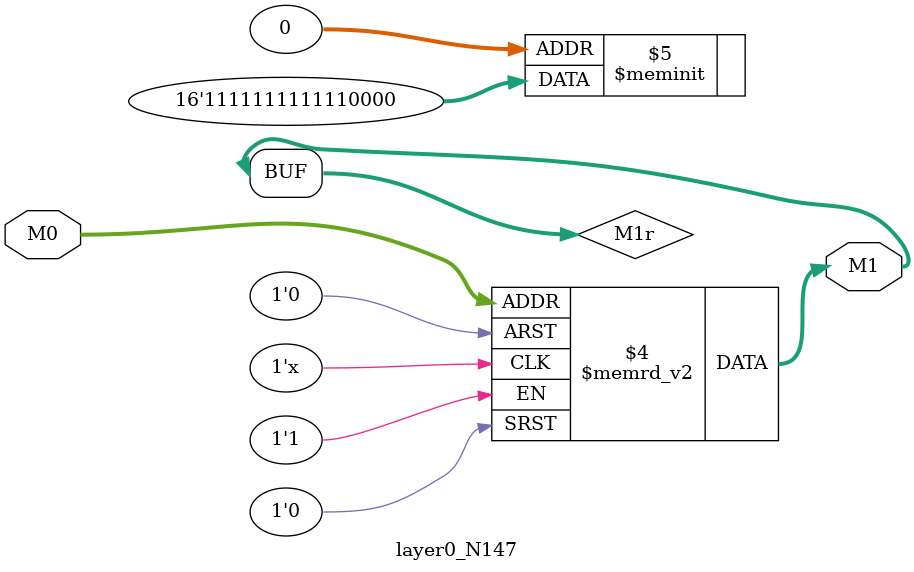
<source format=v>
module layer0_N147 ( input [2:0] M0, output [1:0] M1 );

	(*rom_style = "distributed" *) reg [1:0] M1r;
	assign M1 = M1r;
	always @ (M0) begin
		case (M0)
			3'b000: M1r = 2'b00;
			3'b100: M1r = 2'b11;
			3'b010: M1r = 2'b11;
			3'b110: M1r = 2'b11;
			3'b001: M1r = 2'b00;
			3'b101: M1r = 2'b11;
			3'b011: M1r = 2'b11;
			3'b111: M1r = 2'b11;

		endcase
	end
endmodule

</source>
